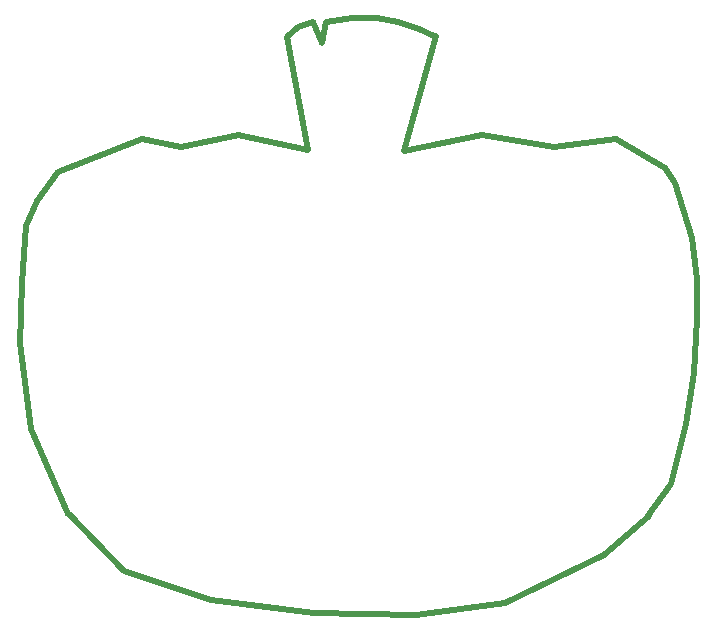
<source format=gko>
G04 Layer: BoardOutlineLayer*
G04 EasyEDA v6.5.51, 2025-10-19 10:48:53*
G04 5e3b94fd083e48a5883d67b6d006c6ac,63b151a7cfd24dbfbc8a16c83e39e105,10*
G04 Gerber Generator version 0.2*
G04 Scale: 100 percent, Rotated: No, Reflected: No *
G04 Dimensions in millimeters *
G04 leading zeros omitted , absolute positions ,4 integer and 5 decimal *
%FSLAX45Y45*%
%MOMM*%

%ADD10C,0.5000*%
%ADD11C,0.0176*%
D10*
X4254500Y7835900D02*
G01*
X4127245Y7894828D01*
X3949700Y7950200D01*
X3771900Y7988300D01*
X3556000Y7988300D01*
X3340100Y7950200D01*
X3302000Y7772400D01*
X3225800Y7950200D01*
X3098800Y7912100D01*
X3009900Y7823200D01*
X3187700Y6870700D01*
X2590800Y6997700D02*
G01*
X3187700Y6870700D01*
X4000500Y6858000D02*
G01*
X4267200Y7835900D01*
X4000500Y6858000D02*
G01*
X4660900Y6997700D01*
X2603500Y6997700D02*
G01*
X2108200Y6896100D01*
X1778000Y6959600D01*
X1066800Y6680200D01*
X1162050Y3784600D02*
G01*
X1625600Y3302000D01*
X1625600Y3302000D02*
G01*
X2362200Y3060700D01*
X3238500Y2946400D01*
X4102100Y2933700D01*
X4851400Y3035300D01*
X5689600Y3441700D01*
X6291237Y6592930D02*
G01*
X6438900Y6121400D01*
X6477000Y5778500D01*
X6477000Y5435600D01*
X6451600Y4978400D01*
X6388100Y4546600D01*
X6261100Y4038600D01*
X6057900Y3759200D01*
X1066800Y6680200D02*
G01*
X889000Y6438900D01*
X800100Y6223000D01*
X762000Y5740400D01*
X751024Y5218353D01*
X749300Y5232400D02*
G01*
X838200Y4508500D01*
X1155700Y3784600D01*
X5689600Y3441700D02*
G01*
X6070600Y3771900D01*
X5270500Y6896100D02*
G01*
X5791200Y6959600D01*
X6210300Y6718300D01*
X6291237Y6592930D01*
X5270500Y6896100D02*
G01*
X4660900Y6997700D01*

%LPD*%
M02*

</source>
